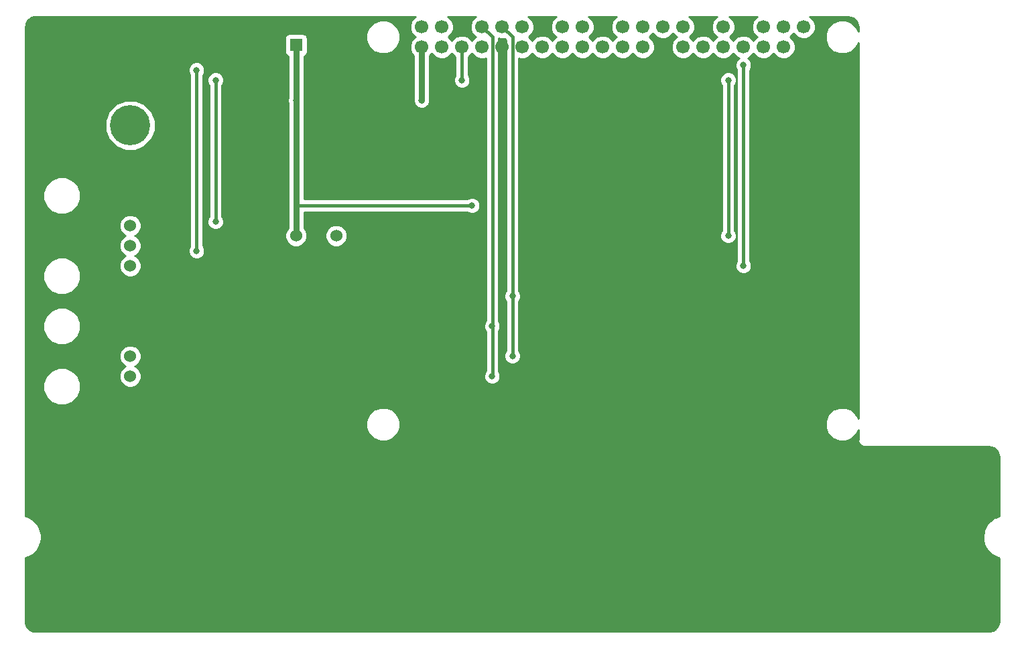
<source format=gbr>
G04 #@! TF.GenerationSoftware,KiCad,Pcbnew,(5.0.0)*
G04 #@! TF.CreationDate,2019-09-27T20:42:56-05:00*
G04 #@! TF.ProjectId,RaspberryPiBreakout_Hardware,5261737062657272795069427265616B,rev?*
G04 #@! TF.SameCoordinates,Original*
G04 #@! TF.FileFunction,Copper,L2,Bot,Signal*
G04 #@! TF.FilePolarity,Positive*
%FSLAX46Y46*%
G04 Gerber Fmt 4.6, Leading zero omitted, Abs format (unit mm)*
G04 Created by KiCad (PCBNEW (5.0.0)) date 09/27/19 20:42:56*
%MOMM*%
%LPD*%
G01*
G04 APERTURE LIST*
G04 #@! TA.AperFunction,ComponentPad*
%ADD10C,1.700000*%
G04 #@! TD*
G04 #@! TA.AperFunction,ComponentPad*
%ADD11C,5.080000*%
G04 #@! TD*
G04 #@! TA.AperFunction,ComponentPad*
%ADD12C,1.524000*%
G04 #@! TD*
G04 #@! TA.AperFunction,ComponentPad*
%ADD13C,1.600000*%
G04 #@! TD*
G04 #@! TA.AperFunction,ComponentPad*
%ADD14R,1.600000X1.600000*%
G04 #@! TD*
G04 #@! TA.AperFunction,ViaPad*
%ADD15C,0.800000*%
G04 #@! TD*
G04 #@! TA.AperFunction,Conductor*
%ADD16C,0.762000*%
G04 #@! TD*
G04 #@! TA.AperFunction,Conductor*
%ADD17C,0.381000*%
G04 #@! TD*
G04 #@! TA.AperFunction,Conductor*
%ADD18C,0.254000*%
G04 #@! TD*
G04 APERTURE END LIST*
D10*
G04 #@! TO.P,U2,40*
G04 #@! TO.N,N/C*
X171450000Y-76454000D03*
G04 #@! TO.P,U2,39*
G04 #@! TO.N,GND*
X171450000Y-78994000D03*
G04 #@! TO.P,U2,38*
G04 #@! TO.N,N/C*
X168910000Y-76454000D03*
G04 #@! TO.P,U2,37*
X168910000Y-78994000D03*
G04 #@! TO.P,U2,36*
X166370000Y-76454000D03*
G04 #@! TO.P,U2,35*
X166370000Y-78994000D03*
G04 #@! TO.P,U2,34*
G04 #@! TO.N,GND*
X163830000Y-76454000D03*
G04 #@! TO.P,U2,33*
G04 #@! TO.N,N/C*
X163830000Y-78994000D03*
G04 #@! TO.P,U2,32*
X161290000Y-76454000D03*
G04 #@! TO.P,U2,31*
X161290000Y-78994000D03*
G04 #@! TO.P,U2,30*
G04 #@! TO.N,GND*
X158750000Y-76454000D03*
G04 #@! TO.P,U2,29*
G04 #@! TO.N,N/C*
X158750000Y-78994000D03*
G04 #@! TO.P,U2,28*
X156210000Y-76454000D03*
G04 #@! TO.P,U2,27*
X156210000Y-78994000D03*
G04 #@! TO.P,U2,26*
X153670000Y-76454000D03*
G04 #@! TO.P,U2,25*
G04 #@! TO.N,GND*
X153670000Y-78994000D03*
G04 #@! TO.P,U2,24*
G04 #@! TO.N,N/C*
X151130000Y-76454000D03*
G04 #@! TO.P,U2,23*
X151130000Y-78994000D03*
G04 #@! TO.P,U2,22*
X148590000Y-76454000D03*
G04 #@! TO.P,U2,21*
X148590000Y-78994000D03*
G04 #@! TO.P,U2,20*
G04 #@! TO.N,GND*
X146050000Y-76454000D03*
G04 #@! TO.P,U2,19*
G04 #@! TO.N,N/C*
X146050000Y-78994000D03*
G04 #@! TO.P,U2,18*
X143510000Y-76454000D03*
G04 #@! TO.P,U2,17*
G04 #@! TO.N,+3V3*
X143510000Y-78994000D03*
G04 #@! TO.P,U2,16*
G04 #@! TO.N,N/C*
X140970000Y-76454000D03*
G04 #@! TO.P,U2,15*
X140970000Y-78994000D03*
G04 #@! TO.P,U2,14*
G04 #@! TO.N,GND*
X138430000Y-76454000D03*
G04 #@! TO.P,U2,13*
G04 #@! TO.N,N/C*
X138430000Y-78994000D03*
G04 #@! TO.P,U2,12*
X135890000Y-76454000D03*
G04 #@! TO.P,U2,11*
X135890000Y-78994000D03*
G04 #@! TO.P,U2,10*
G04 #@! TO.N,Serial_Rx*
X133350000Y-76454000D03*
G04 #@! TO.P,U2,9*
G04 #@! TO.N,GND*
X133350000Y-78994000D03*
G04 #@! TO.P,U2,8*
G04 #@! TO.N,Serial_Tx*
X130810000Y-76454000D03*
G04 #@! TO.P,U2,7*
G04 #@! TO.N,N/C*
X130810000Y-78994000D03*
G04 #@! TO.P,U2,6*
G04 #@! TO.N,GND*
X128270000Y-76454000D03*
G04 #@! TO.P,U2,5*
G04 #@! TO.N,SCL1*
X128270000Y-78994000D03*
G04 #@! TO.P,U2,4*
G04 #@! TO.N,N/C*
X125730000Y-76454000D03*
G04 #@! TO.P,U2,3*
G04 #@! TO.N,SDA1*
X125730000Y-78994000D03*
G04 #@! TO.P,U2,2*
G04 #@! TO.N,N/C*
X123190000Y-76454000D03*
G04 #@! TO.P,U2,1*
G04 #@! TO.N,+3V3*
X123190000Y-78994000D03*
G04 #@! TD*
D11*
G04 #@! TO.P,Conn1,1*
G04 #@! TO.N,GND*
X86360000Y-81026000D03*
G04 #@! TO.P,Conn1,2*
G04 #@! TO.N,+12V*
X86360000Y-88900000D03*
G04 #@! TD*
D12*
G04 #@! TO.P,Conn2,1*
G04 #@! TO.N,Serial_Tx*
X86360000Y-120650000D03*
G04 #@! TO.P,Conn2,2*
G04 #@! TO.N,Serial_Rx*
X86360000Y-118110000D03*
G04 #@! TO.P,Conn2,3*
G04 #@! TO.N,GND*
X86360000Y-115570000D03*
G04 #@! TD*
G04 #@! TO.P,Conn3,1*
G04 #@! TO.N,+3V3*
X86360000Y-106680000D03*
G04 #@! TO.P,Conn3,2*
G04 #@! TO.N,SDA1*
X86360000Y-104140000D03*
G04 #@! TO.P,Conn3,3*
G04 #@! TO.N,SCL1*
X86360000Y-101600000D03*
G04 #@! TO.P,Conn3,4*
G04 #@! TO.N,GND*
X86360000Y-99060000D03*
G04 #@! TD*
G04 #@! TO.P,U3,3*
G04 #@! TO.N,+3V3*
X107315000Y-102870000D03*
G04 #@! TO.P,U3,2*
G04 #@! TO.N,GND*
X109855000Y-102870000D03*
G04 #@! TO.P,U3,1*
G04 #@! TO.N,+12V*
X112395000Y-102870000D03*
G04 #@! TD*
D13*
G04 #@! TO.P,C5,2*
G04 #@! TO.N,GND*
X104815000Y-78740000D03*
D14*
G04 #@! TO.P,C5,1*
G04 #@! TO.N,+3V3*
X107315000Y-78740000D03*
G04 #@! TD*
D15*
G04 #@! TO.N,+3V3*
X129540000Y-99060000D03*
X107315000Y-85725000D03*
X123190000Y-85725000D03*
G04 #@! TO.N,Serial_Tx*
X132080000Y-120650000D03*
X132080000Y-114300000D03*
G04 #@! TO.N,Serial_Rx*
X134649499Y-118080501D03*
X134649499Y-110490000D03*
G04 #@! TO.N,SDA1*
X163830000Y-106680000D03*
X163830000Y-81280000D03*
X94742000Y-104775000D03*
X94742000Y-81915000D03*
G04 #@! TO.N,SCL1*
X128270000Y-83185000D03*
X161925000Y-102870000D03*
X161925000Y-83185000D03*
X97155000Y-83185000D03*
X97155000Y-101092000D03*
G04 #@! TD*
D16*
G04 #@! TO.N,+3V3*
X107315000Y-78740000D02*
X107315000Y-83185000D01*
D17*
X107315000Y-99060000D02*
X129540000Y-99060000D01*
D16*
X107315000Y-99060000D02*
X107315000Y-102870000D01*
X107315000Y-85725000D02*
X107315000Y-99060000D01*
X107315000Y-83185000D02*
X107315000Y-85725000D01*
X123190000Y-85725000D02*
X123190000Y-78994000D01*
D17*
G04 #@! TO.N,Serial_Tx*
X130810000Y-76454000D02*
X132109499Y-77753499D01*
X132109499Y-119985501D02*
X132109499Y-120620501D01*
X132109499Y-120620501D02*
X132080000Y-120650000D01*
X132109499Y-77753499D02*
X132109499Y-106680000D01*
X132109499Y-106680000D02*
X132109499Y-119985501D01*
G04 #@! TO.N,Serial_Rx*
X133350000Y-76454000D02*
X134649499Y-77753499D01*
X134649499Y-77753499D02*
X134649499Y-110490000D01*
X134649499Y-110490000D02*
X134649499Y-118080501D01*
G04 #@! TO.N,SDA1*
X163830000Y-106680000D02*
X163830000Y-81280000D01*
X94742000Y-104775000D02*
X94742000Y-81915000D01*
G04 #@! TO.N,SCL1*
X128270000Y-78994000D02*
X128270000Y-83185000D01*
X161925000Y-102870000D02*
X161925000Y-83185000D01*
X97155000Y-101092000D02*
X97155000Y-83185000D01*
G04 #@! TD*
D18*
G04 #@! TO.N,GND*
G36*
X122348815Y-75195078D02*
X121931078Y-75612815D01*
X121705000Y-76158615D01*
X121705000Y-76749385D01*
X121931078Y-77295185D01*
X122348815Y-77712922D01*
X122375560Y-77724000D01*
X122348815Y-77735078D01*
X121931078Y-78152815D01*
X121705000Y-78698615D01*
X121705000Y-79289385D01*
X121931078Y-79835185D01*
X122174001Y-80078108D01*
X122174000Y-85473256D01*
X122155000Y-85519126D01*
X122155000Y-85930874D01*
X122232045Y-86116878D01*
X122232949Y-86121422D01*
X122235523Y-86125275D01*
X122312569Y-86311280D01*
X122454930Y-86453641D01*
X122457505Y-86457495D01*
X122461359Y-86460070D01*
X122603720Y-86602431D01*
X122789723Y-86679476D01*
X122793577Y-86682051D01*
X122798123Y-86682955D01*
X122984126Y-86760000D01*
X123185455Y-86760000D01*
X123190000Y-86760904D01*
X123194545Y-86760000D01*
X123395874Y-86760000D01*
X123581878Y-86682955D01*
X123586422Y-86682051D01*
X123590275Y-86679477D01*
X123776280Y-86602431D01*
X123918641Y-86460070D01*
X123922495Y-86457495D01*
X123925070Y-86453641D01*
X124067431Y-86311280D01*
X124144476Y-86125277D01*
X124147051Y-86121423D01*
X124147955Y-86116877D01*
X124225000Y-85930874D01*
X124225000Y-85519126D01*
X124206000Y-85473256D01*
X124206000Y-80078107D01*
X124448922Y-79835185D01*
X124460000Y-79808440D01*
X124471078Y-79835185D01*
X124888815Y-80252922D01*
X125434615Y-80479000D01*
X126025385Y-80479000D01*
X126571185Y-80252922D01*
X126988922Y-79835185D01*
X127000000Y-79808440D01*
X127011078Y-79835185D01*
X127428815Y-80252922D01*
X127444500Y-80259419D01*
X127444501Y-82546788D01*
X127392569Y-82598720D01*
X127235000Y-82979126D01*
X127235000Y-83390874D01*
X127392569Y-83771280D01*
X127683720Y-84062431D01*
X128064126Y-84220000D01*
X128475874Y-84220000D01*
X128856280Y-84062431D01*
X129147431Y-83771280D01*
X129305000Y-83390874D01*
X129305000Y-82979126D01*
X129147431Y-82598720D01*
X129095500Y-82546789D01*
X129095500Y-80259419D01*
X129111185Y-80252922D01*
X129528922Y-79835185D01*
X129540000Y-79808440D01*
X129551078Y-79835185D01*
X129968815Y-80252922D01*
X130514615Y-80479000D01*
X131105385Y-80479000D01*
X131283999Y-80405016D01*
X131284000Y-106598693D01*
X131283999Y-106598698D01*
X131284000Y-113632289D01*
X131202569Y-113713720D01*
X131045000Y-114094126D01*
X131045000Y-114505874D01*
X131202569Y-114886280D01*
X131284000Y-114967711D01*
X131284000Y-119904194D01*
X131283999Y-119904199D01*
X131283999Y-119982290D01*
X131202569Y-120063720D01*
X131045000Y-120444126D01*
X131045000Y-120855874D01*
X131202569Y-121236280D01*
X131493720Y-121527431D01*
X131874126Y-121685000D01*
X132285874Y-121685000D01*
X132666280Y-121527431D01*
X132957431Y-121236280D01*
X133115000Y-120855874D01*
X133115000Y-120444126D01*
X132957431Y-120063720D01*
X132934999Y-120041288D01*
X132934999Y-114908712D01*
X132957431Y-114886280D01*
X133115000Y-114505874D01*
X133115000Y-114094126D01*
X132957431Y-113713720D01*
X132934999Y-113691288D01*
X132934999Y-77889453D01*
X133054615Y-77939000D01*
X133645385Y-77939000D01*
X133661070Y-77932503D01*
X133823999Y-78095432D01*
X133824000Y-109851788D01*
X133772068Y-109903720D01*
X133614499Y-110284126D01*
X133614499Y-110695874D01*
X133772068Y-111076280D01*
X133823999Y-111128211D01*
X133824000Y-117442289D01*
X133772068Y-117494221D01*
X133614499Y-117874627D01*
X133614499Y-118286375D01*
X133772068Y-118666781D01*
X134063219Y-118957932D01*
X134443625Y-119115501D01*
X134855373Y-119115501D01*
X135235779Y-118957932D01*
X135526930Y-118666781D01*
X135684499Y-118286375D01*
X135684499Y-117874627D01*
X135526930Y-117494221D01*
X135474999Y-117442290D01*
X135474999Y-111128211D01*
X135526930Y-111076280D01*
X135684499Y-110695874D01*
X135684499Y-110284126D01*
X135526930Y-109903720D01*
X135474999Y-109851789D01*
X135474999Y-82979126D01*
X160890000Y-82979126D01*
X160890000Y-83390874D01*
X161047569Y-83771280D01*
X161099501Y-83823212D01*
X161099500Y-102231789D01*
X161047569Y-102283720D01*
X160890000Y-102664126D01*
X160890000Y-103075874D01*
X161047569Y-103456280D01*
X161338720Y-103747431D01*
X161719126Y-103905000D01*
X162130874Y-103905000D01*
X162511280Y-103747431D01*
X162802431Y-103456280D01*
X162960000Y-103075874D01*
X162960000Y-102664126D01*
X162802431Y-102283720D01*
X162750500Y-102231789D01*
X162750500Y-83823211D01*
X162802431Y-83771280D01*
X162960000Y-83390874D01*
X162960000Y-82979126D01*
X162802431Y-82598720D01*
X162511280Y-82307569D01*
X162130874Y-82150000D01*
X161719126Y-82150000D01*
X161338720Y-82307569D01*
X161047569Y-82598720D01*
X160890000Y-82979126D01*
X135474999Y-82979126D01*
X135474999Y-80429453D01*
X135594615Y-80479000D01*
X136185385Y-80479000D01*
X136731185Y-80252922D01*
X137148922Y-79835185D01*
X137160000Y-79808440D01*
X137171078Y-79835185D01*
X137588815Y-80252922D01*
X138134615Y-80479000D01*
X138725385Y-80479000D01*
X139271185Y-80252922D01*
X139688922Y-79835185D01*
X139700000Y-79808440D01*
X139711078Y-79835185D01*
X140128815Y-80252922D01*
X140674615Y-80479000D01*
X141265385Y-80479000D01*
X141811185Y-80252922D01*
X142228922Y-79835185D01*
X142240000Y-79808440D01*
X142251078Y-79835185D01*
X142668815Y-80252922D01*
X143214615Y-80479000D01*
X143805385Y-80479000D01*
X144351185Y-80252922D01*
X144768922Y-79835185D01*
X144780000Y-79808440D01*
X144791078Y-79835185D01*
X145208815Y-80252922D01*
X145754615Y-80479000D01*
X146345385Y-80479000D01*
X146891185Y-80252922D01*
X147308922Y-79835185D01*
X147320000Y-79808440D01*
X147331078Y-79835185D01*
X147748815Y-80252922D01*
X148294615Y-80479000D01*
X148885385Y-80479000D01*
X149431185Y-80252922D01*
X149848922Y-79835185D01*
X149860000Y-79808440D01*
X149871078Y-79835185D01*
X150288815Y-80252922D01*
X150834615Y-80479000D01*
X151425385Y-80479000D01*
X151971185Y-80252922D01*
X152388922Y-79835185D01*
X152615000Y-79289385D01*
X152615000Y-78698615D01*
X152388922Y-78152815D01*
X151971185Y-77735078D01*
X151944440Y-77724000D01*
X151971185Y-77712922D01*
X152388922Y-77295185D01*
X152400000Y-77268440D01*
X152411078Y-77295185D01*
X152828815Y-77712922D01*
X153374615Y-77939000D01*
X153965385Y-77939000D01*
X154511185Y-77712922D01*
X154928922Y-77295185D01*
X154940000Y-77268440D01*
X154951078Y-77295185D01*
X155368815Y-77712922D01*
X155395560Y-77724000D01*
X155368815Y-77735078D01*
X154951078Y-78152815D01*
X154725000Y-78698615D01*
X154725000Y-79289385D01*
X154951078Y-79835185D01*
X155368815Y-80252922D01*
X155914615Y-80479000D01*
X156505385Y-80479000D01*
X157051185Y-80252922D01*
X157468922Y-79835185D01*
X157480000Y-79808440D01*
X157491078Y-79835185D01*
X157908815Y-80252922D01*
X158454615Y-80479000D01*
X159045385Y-80479000D01*
X159591185Y-80252922D01*
X160008922Y-79835185D01*
X160020000Y-79808440D01*
X160031078Y-79835185D01*
X160448815Y-80252922D01*
X160994615Y-80479000D01*
X161585385Y-80479000D01*
X162131185Y-80252922D01*
X162548922Y-79835185D01*
X162560000Y-79808440D01*
X162571078Y-79835185D01*
X162988815Y-80252922D01*
X163296907Y-80380538D01*
X163243720Y-80402569D01*
X162952569Y-80693720D01*
X162795000Y-81074126D01*
X162795000Y-81485874D01*
X162952569Y-81866280D01*
X163004501Y-81918212D01*
X163004500Y-106041789D01*
X162952569Y-106093720D01*
X162795000Y-106474126D01*
X162795000Y-106885874D01*
X162952569Y-107266280D01*
X163243720Y-107557431D01*
X163624126Y-107715000D01*
X164035874Y-107715000D01*
X164416280Y-107557431D01*
X164707431Y-107266280D01*
X164865000Y-106885874D01*
X164865000Y-106474126D01*
X164707431Y-106093720D01*
X164655500Y-106041789D01*
X164655500Y-81918211D01*
X164707431Y-81866280D01*
X164865000Y-81485874D01*
X164865000Y-81074126D01*
X164707431Y-80693720D01*
X164416280Y-80402569D01*
X164363093Y-80380538D01*
X164671185Y-80252922D01*
X165088922Y-79835185D01*
X165100000Y-79808440D01*
X165111078Y-79835185D01*
X165528815Y-80252922D01*
X166074615Y-80479000D01*
X166665385Y-80479000D01*
X167211185Y-80252922D01*
X167628922Y-79835185D01*
X167640000Y-79808440D01*
X167651078Y-79835185D01*
X168068815Y-80252922D01*
X168614615Y-80479000D01*
X169205385Y-80479000D01*
X169751185Y-80252922D01*
X170168922Y-79835185D01*
X170395000Y-79289385D01*
X170395000Y-78698615D01*
X170168922Y-78152815D01*
X169751185Y-77735078D01*
X169724440Y-77724000D01*
X169751185Y-77712922D01*
X170168922Y-77295185D01*
X170180000Y-77268440D01*
X170191078Y-77295185D01*
X170608815Y-77712922D01*
X171154615Y-77939000D01*
X171745385Y-77939000D01*
X172291185Y-77712922D01*
X172708922Y-77295185D01*
X172935000Y-76749385D01*
X172935000Y-76158615D01*
X172708922Y-75612815D01*
X172291185Y-75195078D01*
X172199257Y-75157000D01*
X176985634Y-75157000D01*
X177399922Y-75216331D01*
X177732746Y-75367657D01*
X178009720Y-75606313D01*
X178208580Y-75913116D01*
X178320618Y-76287748D01*
X178335000Y-76481274D01*
X178335000Y-77009616D01*
X178129966Y-76514620D01*
X177529380Y-75914034D01*
X176744678Y-75589000D01*
X175895322Y-75589000D01*
X175110620Y-75914034D01*
X174510034Y-76514620D01*
X174185000Y-77299322D01*
X174185000Y-78148678D01*
X174510034Y-78933380D01*
X175110620Y-79533966D01*
X175895322Y-79859000D01*
X176744678Y-79859000D01*
X177529380Y-79533966D01*
X178129966Y-78933380D01*
X178335000Y-78438384D01*
X178335001Y-126009618D01*
X178129966Y-125514620D01*
X177529380Y-124914034D01*
X176744678Y-124589000D01*
X175895322Y-124589000D01*
X175110620Y-124914034D01*
X174510034Y-125514620D01*
X174185000Y-126299322D01*
X174185000Y-127148678D01*
X174510034Y-127933380D01*
X175110620Y-128533966D01*
X175895322Y-128859000D01*
X176744678Y-128859000D01*
X177529380Y-128533966D01*
X178129966Y-127933380D01*
X178335001Y-127438381D01*
X178335001Y-128705607D01*
X178320601Y-128778000D01*
X178377646Y-129064783D01*
X178540095Y-129307905D01*
X178783217Y-129470354D01*
X178997612Y-129513000D01*
X179070000Y-129527399D01*
X179142388Y-129513000D01*
X194765634Y-129513000D01*
X195179922Y-129572331D01*
X195512746Y-129723657D01*
X195789720Y-129962313D01*
X195988580Y-130269116D01*
X196100618Y-130643748D01*
X196115000Y-130837275D01*
X196115001Y-138323142D01*
X195787078Y-138421212D01*
X195696505Y-138463063D01*
X195605466Y-138503787D01*
X195597901Y-138508624D01*
X195114442Y-138821987D01*
X195039277Y-138887558D01*
X194963306Y-138952214D01*
X194957407Y-138958977D01*
X194957403Y-138958981D01*
X194957400Y-138958986D01*
X194581327Y-139395440D01*
X194527590Y-139479465D01*
X194472816Y-139562851D01*
X194469050Y-139571002D01*
X194230589Y-140095469D01*
X194202587Y-140191226D01*
X194173427Y-140286607D01*
X194172099Y-140295487D01*
X194090423Y-140865802D01*
X194090423Y-140940785D01*
X194084411Y-141015512D01*
X194085021Y-141024470D01*
X194107341Y-141324819D01*
X194123441Y-141398045D01*
X194133616Y-141472326D01*
X194136136Y-141480944D01*
X194301212Y-142032922D01*
X194343071Y-142123513D01*
X194383787Y-142214534D01*
X194388624Y-142222099D01*
X194701987Y-142705558D01*
X194767558Y-142780723D01*
X194832214Y-142856694D01*
X194838977Y-142862593D01*
X194838981Y-142862597D01*
X194838986Y-142862600D01*
X195275440Y-143238673D01*
X195359465Y-143292410D01*
X195442851Y-143347184D01*
X195451002Y-143350950D01*
X195975469Y-143589411D01*
X196071237Y-143617416D01*
X196115000Y-143630795D01*
X196115001Y-151585627D01*
X196055669Y-151999922D01*
X195904343Y-152332746D01*
X195665687Y-152609720D01*
X195358885Y-152808579D01*
X194984252Y-152920618D01*
X194790726Y-152935000D01*
X74474366Y-152935000D01*
X74060078Y-152875669D01*
X73727254Y-152724343D01*
X73450280Y-152485687D01*
X73251421Y-152178885D01*
X73139382Y-151804252D01*
X73125000Y-151610726D01*
X73125000Y-143616857D01*
X73452922Y-143518788D01*
X73543513Y-143476929D01*
X73634534Y-143436213D01*
X73642096Y-143431378D01*
X73642100Y-143431376D01*
X74125558Y-143118013D01*
X74200723Y-143052442D01*
X74276694Y-142987786D01*
X74282593Y-142981023D01*
X74282597Y-142981019D01*
X74282600Y-142981014D01*
X74658673Y-142544560D01*
X74712410Y-142460535D01*
X74767184Y-142377149D01*
X74770950Y-142368998D01*
X75009411Y-141844531D01*
X75037416Y-141748763D01*
X75066573Y-141653393D01*
X75067901Y-141644513D01*
X75149577Y-141074198D01*
X75149577Y-140999215D01*
X75155589Y-140924488D01*
X75154979Y-140915530D01*
X75132659Y-140615181D01*
X75116559Y-140541954D01*
X75106384Y-140467674D01*
X75103864Y-140459055D01*
X74938788Y-139907078D01*
X74896937Y-139816505D01*
X74856213Y-139725466D01*
X74851376Y-139717901D01*
X74538013Y-139234442D01*
X74472442Y-139159277D01*
X74407786Y-139083306D01*
X74401023Y-139077407D01*
X74401019Y-139077403D01*
X74401014Y-139077400D01*
X73964560Y-138701327D01*
X73880535Y-138647590D01*
X73797149Y-138592816D01*
X73788998Y-138589050D01*
X73264531Y-138350589D01*
X73168774Y-138322587D01*
X73125000Y-138309205D01*
X73125000Y-126299322D01*
X116185000Y-126299322D01*
X116185000Y-127148678D01*
X116510034Y-127933380D01*
X117110620Y-128533966D01*
X117895322Y-128859000D01*
X118744678Y-128859000D01*
X119529380Y-128533966D01*
X120129966Y-127933380D01*
X120455000Y-127148678D01*
X120455000Y-126299322D01*
X120129966Y-125514620D01*
X119529380Y-124914034D01*
X118744678Y-124589000D01*
X117895322Y-124589000D01*
X117110620Y-124914034D01*
X116510034Y-125514620D01*
X116185000Y-126299322D01*
X73125000Y-126299322D01*
X73125000Y-121450567D01*
X75364000Y-121450567D01*
X75364000Y-122389433D01*
X75723289Y-123256833D01*
X76387167Y-123920711D01*
X77254567Y-124280000D01*
X78193433Y-124280000D01*
X79060833Y-123920711D01*
X79724711Y-123256833D01*
X80084000Y-122389433D01*
X80084000Y-121450567D01*
X79724711Y-120583167D01*
X79060833Y-119919289D01*
X78193433Y-119560000D01*
X77254567Y-119560000D01*
X76387167Y-119919289D01*
X75723289Y-120583167D01*
X75364000Y-121450567D01*
X73125000Y-121450567D01*
X73125000Y-117832119D01*
X84963000Y-117832119D01*
X84963000Y-118387881D01*
X85175680Y-118901337D01*
X85568663Y-119294320D01*
X85775513Y-119380000D01*
X85568663Y-119465680D01*
X85175680Y-119858663D01*
X84963000Y-120372119D01*
X84963000Y-120927881D01*
X85175680Y-121441337D01*
X85568663Y-121834320D01*
X86082119Y-122047000D01*
X86637881Y-122047000D01*
X87151337Y-121834320D01*
X87544320Y-121441337D01*
X87757000Y-120927881D01*
X87757000Y-120372119D01*
X87544320Y-119858663D01*
X87151337Y-119465680D01*
X86944487Y-119380000D01*
X87151337Y-119294320D01*
X87544320Y-118901337D01*
X87757000Y-118387881D01*
X87757000Y-117832119D01*
X87544320Y-117318663D01*
X87151337Y-116925680D01*
X86637881Y-116713000D01*
X86082119Y-116713000D01*
X85568663Y-116925680D01*
X85175680Y-117318663D01*
X84963000Y-117832119D01*
X73125000Y-117832119D01*
X73125000Y-113830567D01*
X75364000Y-113830567D01*
X75364000Y-114769433D01*
X75723289Y-115636833D01*
X76387167Y-116300711D01*
X77254567Y-116660000D01*
X78193433Y-116660000D01*
X79060833Y-116300711D01*
X79724711Y-115636833D01*
X80084000Y-114769433D01*
X80084000Y-113830567D01*
X79724711Y-112963167D01*
X79060833Y-112299289D01*
X78193433Y-111940000D01*
X77254567Y-111940000D01*
X76387167Y-112299289D01*
X75723289Y-112963167D01*
X75364000Y-113830567D01*
X73125000Y-113830567D01*
X73125000Y-107480567D01*
X75364000Y-107480567D01*
X75364000Y-108419433D01*
X75723289Y-109286833D01*
X76387167Y-109950711D01*
X77254567Y-110310000D01*
X78193433Y-110310000D01*
X79060833Y-109950711D01*
X79724711Y-109286833D01*
X80084000Y-108419433D01*
X80084000Y-107480567D01*
X79724711Y-106613167D01*
X79060833Y-105949289D01*
X78193433Y-105590000D01*
X77254567Y-105590000D01*
X76387167Y-105949289D01*
X75723289Y-106613167D01*
X75364000Y-107480567D01*
X73125000Y-107480567D01*
X73125000Y-101322119D01*
X84963000Y-101322119D01*
X84963000Y-101877881D01*
X85175680Y-102391337D01*
X85568663Y-102784320D01*
X85775513Y-102870000D01*
X85568663Y-102955680D01*
X85175680Y-103348663D01*
X84963000Y-103862119D01*
X84963000Y-104417881D01*
X85175680Y-104931337D01*
X85568663Y-105324320D01*
X85775513Y-105410000D01*
X85568663Y-105495680D01*
X85175680Y-105888663D01*
X84963000Y-106402119D01*
X84963000Y-106957881D01*
X85175680Y-107471337D01*
X85568663Y-107864320D01*
X86082119Y-108077000D01*
X86637881Y-108077000D01*
X87151337Y-107864320D01*
X87544320Y-107471337D01*
X87757000Y-106957881D01*
X87757000Y-106402119D01*
X87544320Y-105888663D01*
X87151337Y-105495680D01*
X86944487Y-105410000D01*
X87151337Y-105324320D01*
X87544320Y-104931337D01*
X87757000Y-104417881D01*
X87757000Y-103862119D01*
X87544320Y-103348663D01*
X87151337Y-102955680D01*
X86944487Y-102870000D01*
X87151337Y-102784320D01*
X87544320Y-102391337D01*
X87757000Y-101877881D01*
X87757000Y-101322119D01*
X87544320Y-100808663D01*
X87151337Y-100415680D01*
X86637881Y-100203000D01*
X86082119Y-100203000D01*
X85568663Y-100415680D01*
X85175680Y-100808663D01*
X84963000Y-101322119D01*
X73125000Y-101322119D01*
X73125000Y-97320567D01*
X75364000Y-97320567D01*
X75364000Y-98259433D01*
X75723289Y-99126833D01*
X76387167Y-99790711D01*
X77254567Y-100150000D01*
X78193433Y-100150000D01*
X79060833Y-99790711D01*
X79724711Y-99126833D01*
X80084000Y-98259433D01*
X80084000Y-97320567D01*
X79724711Y-96453167D01*
X79060833Y-95789289D01*
X78193433Y-95430000D01*
X77254567Y-95430000D01*
X76387167Y-95789289D01*
X75723289Y-96453167D01*
X75364000Y-97320567D01*
X73125000Y-97320567D01*
X73125000Y-88268453D01*
X83185000Y-88268453D01*
X83185000Y-89531547D01*
X83668365Y-90698493D01*
X84561507Y-91591635D01*
X85728453Y-92075000D01*
X86991547Y-92075000D01*
X88158493Y-91591635D01*
X89051635Y-90698493D01*
X89535000Y-89531547D01*
X89535000Y-88268453D01*
X89051635Y-87101507D01*
X88158493Y-86208365D01*
X86991547Y-85725000D01*
X85728453Y-85725000D01*
X84561507Y-86208365D01*
X83668365Y-87101507D01*
X83185000Y-88268453D01*
X73125000Y-88268453D01*
X73125000Y-81709126D01*
X93707000Y-81709126D01*
X93707000Y-82120874D01*
X93864569Y-82501280D01*
X93916501Y-82553212D01*
X93916500Y-104136789D01*
X93864569Y-104188720D01*
X93707000Y-104569126D01*
X93707000Y-104980874D01*
X93864569Y-105361280D01*
X94155720Y-105652431D01*
X94536126Y-105810000D01*
X94947874Y-105810000D01*
X95328280Y-105652431D01*
X95619431Y-105361280D01*
X95777000Y-104980874D01*
X95777000Y-104569126D01*
X95619431Y-104188720D01*
X95567500Y-104136789D01*
X95567500Y-82979126D01*
X96120000Y-82979126D01*
X96120000Y-83390874D01*
X96277569Y-83771280D01*
X96329501Y-83823212D01*
X96329500Y-100453789D01*
X96277569Y-100505720D01*
X96120000Y-100886126D01*
X96120000Y-101297874D01*
X96277569Y-101678280D01*
X96568720Y-101969431D01*
X96949126Y-102127000D01*
X97360874Y-102127000D01*
X97741280Y-101969431D01*
X98032431Y-101678280D01*
X98190000Y-101297874D01*
X98190000Y-100886126D01*
X98032431Y-100505720D01*
X97980500Y-100453789D01*
X97980500Y-83823211D01*
X98032431Y-83771280D01*
X98190000Y-83390874D01*
X98190000Y-82979126D01*
X98032431Y-82598720D01*
X97741280Y-82307569D01*
X97360874Y-82150000D01*
X96949126Y-82150000D01*
X96568720Y-82307569D01*
X96277569Y-82598720D01*
X96120000Y-82979126D01*
X95567500Y-82979126D01*
X95567500Y-82553211D01*
X95619431Y-82501280D01*
X95777000Y-82120874D01*
X95777000Y-81709126D01*
X95619431Y-81328720D01*
X95328280Y-81037569D01*
X94947874Y-80880000D01*
X94536126Y-80880000D01*
X94155720Y-81037569D01*
X93864569Y-81328720D01*
X93707000Y-81709126D01*
X73125000Y-81709126D01*
X73125000Y-77940000D01*
X105867560Y-77940000D01*
X105867560Y-79540000D01*
X105916843Y-79787765D01*
X106057191Y-79997809D01*
X106267235Y-80138157D01*
X106299000Y-80144475D01*
X106299001Y-83084931D01*
X106299000Y-83084936D01*
X106299001Y-85473254D01*
X106280000Y-85519126D01*
X106280000Y-85930874D01*
X106299000Y-85976744D01*
X106299001Y-98959931D01*
X106299000Y-98959936D01*
X106299001Y-101910342D01*
X106130680Y-102078663D01*
X105918000Y-102592119D01*
X105918000Y-103147881D01*
X106130680Y-103661337D01*
X106523663Y-104054320D01*
X107037119Y-104267000D01*
X107592881Y-104267000D01*
X108106337Y-104054320D01*
X108499320Y-103661337D01*
X108712000Y-103147881D01*
X108712000Y-102592119D01*
X110998000Y-102592119D01*
X110998000Y-103147881D01*
X111210680Y-103661337D01*
X111603663Y-104054320D01*
X112117119Y-104267000D01*
X112672881Y-104267000D01*
X113186337Y-104054320D01*
X113579320Y-103661337D01*
X113792000Y-103147881D01*
X113792000Y-102592119D01*
X113579320Y-102078663D01*
X113186337Y-101685680D01*
X112672881Y-101473000D01*
X112117119Y-101473000D01*
X111603663Y-101685680D01*
X111210680Y-102078663D01*
X110998000Y-102592119D01*
X108712000Y-102592119D01*
X108499320Y-102078663D01*
X108331000Y-101910343D01*
X108331000Y-99885500D01*
X128901789Y-99885500D01*
X128953720Y-99937431D01*
X129334126Y-100095000D01*
X129745874Y-100095000D01*
X130126280Y-99937431D01*
X130417431Y-99646280D01*
X130575000Y-99265874D01*
X130575000Y-98854126D01*
X130417431Y-98473720D01*
X130126280Y-98182569D01*
X129745874Y-98025000D01*
X129334126Y-98025000D01*
X128953720Y-98182569D01*
X128901789Y-98234500D01*
X108331000Y-98234500D01*
X108331000Y-85976744D01*
X108350000Y-85930874D01*
X108350000Y-85519126D01*
X108331000Y-85473256D01*
X108331000Y-80144475D01*
X108362765Y-80138157D01*
X108572809Y-79997809D01*
X108713157Y-79787765D01*
X108762440Y-79540000D01*
X108762440Y-77940000D01*
X108713157Y-77692235D01*
X108572809Y-77482191D01*
X108362765Y-77341843D01*
X108148996Y-77299322D01*
X116185000Y-77299322D01*
X116185000Y-78148678D01*
X116510034Y-78933380D01*
X117110620Y-79533966D01*
X117895322Y-79859000D01*
X118744678Y-79859000D01*
X119529380Y-79533966D01*
X120129966Y-78933380D01*
X120455000Y-78148678D01*
X120455000Y-77299322D01*
X120129966Y-76514620D01*
X119529380Y-75914034D01*
X118744678Y-75589000D01*
X117895322Y-75589000D01*
X117110620Y-75914034D01*
X116510034Y-76514620D01*
X116185000Y-77299322D01*
X108148996Y-77299322D01*
X108115000Y-77292560D01*
X106515000Y-77292560D01*
X106267235Y-77341843D01*
X106057191Y-77482191D01*
X105916843Y-77692235D01*
X105867560Y-77940000D01*
X73125000Y-77940000D01*
X73125000Y-76506366D01*
X73184331Y-76092078D01*
X73335657Y-75759254D01*
X73574313Y-75482280D01*
X73881116Y-75283420D01*
X74255748Y-75171382D01*
X74449274Y-75157000D01*
X122440743Y-75157000D01*
X122348815Y-75195078D01*
X122348815Y-75195078D01*
G37*
X122348815Y-75195078D02*
X121931078Y-75612815D01*
X121705000Y-76158615D01*
X121705000Y-76749385D01*
X121931078Y-77295185D01*
X122348815Y-77712922D01*
X122375560Y-77724000D01*
X122348815Y-77735078D01*
X121931078Y-78152815D01*
X121705000Y-78698615D01*
X121705000Y-79289385D01*
X121931078Y-79835185D01*
X122174001Y-80078108D01*
X122174000Y-85473256D01*
X122155000Y-85519126D01*
X122155000Y-85930874D01*
X122232045Y-86116878D01*
X122232949Y-86121422D01*
X122235523Y-86125275D01*
X122312569Y-86311280D01*
X122454930Y-86453641D01*
X122457505Y-86457495D01*
X122461359Y-86460070D01*
X122603720Y-86602431D01*
X122789723Y-86679476D01*
X122793577Y-86682051D01*
X122798123Y-86682955D01*
X122984126Y-86760000D01*
X123185455Y-86760000D01*
X123190000Y-86760904D01*
X123194545Y-86760000D01*
X123395874Y-86760000D01*
X123581878Y-86682955D01*
X123586422Y-86682051D01*
X123590275Y-86679477D01*
X123776280Y-86602431D01*
X123918641Y-86460070D01*
X123922495Y-86457495D01*
X123925070Y-86453641D01*
X124067431Y-86311280D01*
X124144476Y-86125277D01*
X124147051Y-86121423D01*
X124147955Y-86116877D01*
X124225000Y-85930874D01*
X124225000Y-85519126D01*
X124206000Y-85473256D01*
X124206000Y-80078107D01*
X124448922Y-79835185D01*
X124460000Y-79808440D01*
X124471078Y-79835185D01*
X124888815Y-80252922D01*
X125434615Y-80479000D01*
X126025385Y-80479000D01*
X126571185Y-80252922D01*
X126988922Y-79835185D01*
X127000000Y-79808440D01*
X127011078Y-79835185D01*
X127428815Y-80252922D01*
X127444500Y-80259419D01*
X127444501Y-82546788D01*
X127392569Y-82598720D01*
X127235000Y-82979126D01*
X127235000Y-83390874D01*
X127392569Y-83771280D01*
X127683720Y-84062431D01*
X128064126Y-84220000D01*
X128475874Y-84220000D01*
X128856280Y-84062431D01*
X129147431Y-83771280D01*
X129305000Y-83390874D01*
X129305000Y-82979126D01*
X129147431Y-82598720D01*
X129095500Y-82546789D01*
X129095500Y-80259419D01*
X129111185Y-80252922D01*
X129528922Y-79835185D01*
X129540000Y-79808440D01*
X129551078Y-79835185D01*
X129968815Y-80252922D01*
X130514615Y-80479000D01*
X131105385Y-80479000D01*
X131283999Y-80405016D01*
X131284000Y-106598693D01*
X131283999Y-106598698D01*
X131284000Y-113632289D01*
X131202569Y-113713720D01*
X131045000Y-114094126D01*
X131045000Y-114505874D01*
X131202569Y-114886280D01*
X131284000Y-114967711D01*
X131284000Y-119904194D01*
X131283999Y-119904199D01*
X131283999Y-119982290D01*
X131202569Y-120063720D01*
X131045000Y-120444126D01*
X131045000Y-120855874D01*
X131202569Y-121236280D01*
X131493720Y-121527431D01*
X131874126Y-121685000D01*
X132285874Y-121685000D01*
X132666280Y-121527431D01*
X132957431Y-121236280D01*
X133115000Y-120855874D01*
X133115000Y-120444126D01*
X132957431Y-120063720D01*
X132934999Y-120041288D01*
X132934999Y-114908712D01*
X132957431Y-114886280D01*
X133115000Y-114505874D01*
X133115000Y-114094126D01*
X132957431Y-113713720D01*
X132934999Y-113691288D01*
X132934999Y-77889453D01*
X133054615Y-77939000D01*
X133645385Y-77939000D01*
X133661070Y-77932503D01*
X133823999Y-78095432D01*
X133824000Y-109851788D01*
X133772068Y-109903720D01*
X133614499Y-110284126D01*
X133614499Y-110695874D01*
X133772068Y-111076280D01*
X133823999Y-111128211D01*
X133824000Y-117442289D01*
X133772068Y-117494221D01*
X133614499Y-117874627D01*
X133614499Y-118286375D01*
X133772068Y-118666781D01*
X134063219Y-118957932D01*
X134443625Y-119115501D01*
X134855373Y-119115501D01*
X135235779Y-118957932D01*
X135526930Y-118666781D01*
X135684499Y-118286375D01*
X135684499Y-117874627D01*
X135526930Y-117494221D01*
X135474999Y-117442290D01*
X135474999Y-111128211D01*
X135526930Y-111076280D01*
X135684499Y-110695874D01*
X135684499Y-110284126D01*
X135526930Y-109903720D01*
X135474999Y-109851789D01*
X135474999Y-82979126D01*
X160890000Y-82979126D01*
X160890000Y-83390874D01*
X161047569Y-83771280D01*
X161099501Y-83823212D01*
X161099500Y-102231789D01*
X161047569Y-102283720D01*
X160890000Y-102664126D01*
X160890000Y-103075874D01*
X161047569Y-103456280D01*
X161338720Y-103747431D01*
X161719126Y-103905000D01*
X162130874Y-103905000D01*
X162511280Y-103747431D01*
X162802431Y-103456280D01*
X162960000Y-103075874D01*
X162960000Y-102664126D01*
X162802431Y-102283720D01*
X162750500Y-102231789D01*
X162750500Y-83823211D01*
X162802431Y-83771280D01*
X162960000Y-83390874D01*
X162960000Y-82979126D01*
X162802431Y-82598720D01*
X162511280Y-82307569D01*
X162130874Y-82150000D01*
X161719126Y-82150000D01*
X161338720Y-82307569D01*
X161047569Y-82598720D01*
X160890000Y-82979126D01*
X135474999Y-82979126D01*
X135474999Y-80429453D01*
X135594615Y-80479000D01*
X136185385Y-80479000D01*
X136731185Y-80252922D01*
X137148922Y-79835185D01*
X137160000Y-79808440D01*
X137171078Y-79835185D01*
X137588815Y-80252922D01*
X138134615Y-80479000D01*
X138725385Y-80479000D01*
X139271185Y-80252922D01*
X139688922Y-79835185D01*
X139700000Y-79808440D01*
X139711078Y-79835185D01*
X140128815Y-80252922D01*
X140674615Y-80479000D01*
X141265385Y-80479000D01*
X141811185Y-80252922D01*
X142228922Y-79835185D01*
X142240000Y-79808440D01*
X142251078Y-79835185D01*
X142668815Y-80252922D01*
X143214615Y-80479000D01*
X143805385Y-80479000D01*
X144351185Y-80252922D01*
X144768922Y-79835185D01*
X144780000Y-79808440D01*
X144791078Y-79835185D01*
X145208815Y-80252922D01*
X145754615Y-80479000D01*
X146345385Y-80479000D01*
X146891185Y-80252922D01*
X147308922Y-79835185D01*
X147320000Y-79808440D01*
X147331078Y-79835185D01*
X147748815Y-80252922D01*
X148294615Y-80479000D01*
X148885385Y-80479000D01*
X149431185Y-80252922D01*
X149848922Y-79835185D01*
X149860000Y-79808440D01*
X149871078Y-79835185D01*
X150288815Y-80252922D01*
X150834615Y-80479000D01*
X151425385Y-80479000D01*
X151971185Y-80252922D01*
X152388922Y-79835185D01*
X152615000Y-79289385D01*
X152615000Y-78698615D01*
X152388922Y-78152815D01*
X151971185Y-77735078D01*
X151944440Y-77724000D01*
X151971185Y-77712922D01*
X152388922Y-77295185D01*
X152400000Y-77268440D01*
X152411078Y-77295185D01*
X152828815Y-77712922D01*
X153374615Y-77939000D01*
X153965385Y-77939000D01*
X154511185Y-77712922D01*
X154928922Y-77295185D01*
X154940000Y-77268440D01*
X154951078Y-77295185D01*
X155368815Y-77712922D01*
X155395560Y-77724000D01*
X155368815Y-77735078D01*
X154951078Y-78152815D01*
X154725000Y-78698615D01*
X154725000Y-79289385D01*
X154951078Y-79835185D01*
X155368815Y-80252922D01*
X155914615Y-80479000D01*
X156505385Y-80479000D01*
X157051185Y-80252922D01*
X157468922Y-79835185D01*
X157480000Y-79808440D01*
X157491078Y-79835185D01*
X157908815Y-80252922D01*
X158454615Y-80479000D01*
X159045385Y-80479000D01*
X159591185Y-80252922D01*
X160008922Y-79835185D01*
X160020000Y-79808440D01*
X160031078Y-79835185D01*
X160448815Y-80252922D01*
X160994615Y-80479000D01*
X161585385Y-80479000D01*
X162131185Y-80252922D01*
X162548922Y-79835185D01*
X162560000Y-79808440D01*
X162571078Y-79835185D01*
X162988815Y-80252922D01*
X163296907Y-80380538D01*
X163243720Y-80402569D01*
X162952569Y-80693720D01*
X162795000Y-81074126D01*
X162795000Y-81485874D01*
X162952569Y-81866280D01*
X163004501Y-81918212D01*
X163004500Y-106041789D01*
X162952569Y-106093720D01*
X162795000Y-106474126D01*
X162795000Y-106885874D01*
X162952569Y-107266280D01*
X163243720Y-107557431D01*
X163624126Y-107715000D01*
X164035874Y-107715000D01*
X164416280Y-107557431D01*
X164707431Y-107266280D01*
X164865000Y-106885874D01*
X164865000Y-106474126D01*
X164707431Y-106093720D01*
X164655500Y-106041789D01*
X164655500Y-81918211D01*
X164707431Y-81866280D01*
X164865000Y-81485874D01*
X164865000Y-81074126D01*
X164707431Y-80693720D01*
X164416280Y-80402569D01*
X164363093Y-80380538D01*
X164671185Y-80252922D01*
X165088922Y-79835185D01*
X165100000Y-79808440D01*
X165111078Y-79835185D01*
X165528815Y-80252922D01*
X166074615Y-80479000D01*
X166665385Y-80479000D01*
X167211185Y-80252922D01*
X167628922Y-79835185D01*
X167640000Y-79808440D01*
X167651078Y-79835185D01*
X168068815Y-80252922D01*
X168614615Y-80479000D01*
X169205385Y-80479000D01*
X169751185Y-80252922D01*
X170168922Y-79835185D01*
X170395000Y-79289385D01*
X170395000Y-78698615D01*
X170168922Y-78152815D01*
X169751185Y-77735078D01*
X169724440Y-77724000D01*
X169751185Y-77712922D01*
X170168922Y-77295185D01*
X170180000Y-77268440D01*
X170191078Y-77295185D01*
X170608815Y-77712922D01*
X171154615Y-77939000D01*
X171745385Y-77939000D01*
X172291185Y-77712922D01*
X172708922Y-77295185D01*
X172935000Y-76749385D01*
X172935000Y-76158615D01*
X172708922Y-75612815D01*
X172291185Y-75195078D01*
X172199257Y-75157000D01*
X176985634Y-75157000D01*
X177399922Y-75216331D01*
X177732746Y-75367657D01*
X178009720Y-75606313D01*
X178208580Y-75913116D01*
X178320618Y-76287748D01*
X178335000Y-76481274D01*
X178335000Y-77009616D01*
X178129966Y-76514620D01*
X177529380Y-75914034D01*
X176744678Y-75589000D01*
X175895322Y-75589000D01*
X175110620Y-75914034D01*
X174510034Y-76514620D01*
X174185000Y-77299322D01*
X174185000Y-78148678D01*
X174510034Y-78933380D01*
X175110620Y-79533966D01*
X175895322Y-79859000D01*
X176744678Y-79859000D01*
X177529380Y-79533966D01*
X178129966Y-78933380D01*
X178335000Y-78438384D01*
X178335001Y-126009618D01*
X178129966Y-125514620D01*
X177529380Y-124914034D01*
X176744678Y-124589000D01*
X175895322Y-124589000D01*
X175110620Y-124914034D01*
X174510034Y-125514620D01*
X174185000Y-126299322D01*
X174185000Y-127148678D01*
X174510034Y-127933380D01*
X175110620Y-128533966D01*
X175895322Y-128859000D01*
X176744678Y-128859000D01*
X177529380Y-128533966D01*
X178129966Y-127933380D01*
X178335001Y-127438381D01*
X178335001Y-128705607D01*
X178320601Y-128778000D01*
X178377646Y-129064783D01*
X178540095Y-129307905D01*
X178783217Y-129470354D01*
X178997612Y-129513000D01*
X179070000Y-129527399D01*
X179142388Y-129513000D01*
X194765634Y-129513000D01*
X195179922Y-129572331D01*
X195512746Y-129723657D01*
X195789720Y-129962313D01*
X195988580Y-130269116D01*
X196100618Y-130643748D01*
X196115000Y-130837275D01*
X196115001Y-138323142D01*
X195787078Y-138421212D01*
X195696505Y-138463063D01*
X195605466Y-138503787D01*
X195597901Y-138508624D01*
X195114442Y-138821987D01*
X195039277Y-138887558D01*
X194963306Y-138952214D01*
X194957407Y-138958977D01*
X194957403Y-138958981D01*
X194957400Y-138958986D01*
X194581327Y-139395440D01*
X194527590Y-139479465D01*
X194472816Y-139562851D01*
X194469050Y-139571002D01*
X194230589Y-140095469D01*
X194202587Y-140191226D01*
X194173427Y-140286607D01*
X194172099Y-140295487D01*
X194090423Y-140865802D01*
X194090423Y-140940785D01*
X194084411Y-141015512D01*
X194085021Y-141024470D01*
X194107341Y-141324819D01*
X194123441Y-141398045D01*
X194133616Y-141472326D01*
X194136136Y-141480944D01*
X194301212Y-142032922D01*
X194343071Y-142123513D01*
X194383787Y-142214534D01*
X194388624Y-142222099D01*
X194701987Y-142705558D01*
X194767558Y-142780723D01*
X194832214Y-142856694D01*
X194838977Y-142862593D01*
X194838981Y-142862597D01*
X194838986Y-142862600D01*
X195275440Y-143238673D01*
X195359465Y-143292410D01*
X195442851Y-143347184D01*
X195451002Y-143350950D01*
X195975469Y-143589411D01*
X196071237Y-143617416D01*
X196115000Y-143630795D01*
X196115001Y-151585627D01*
X196055669Y-151999922D01*
X195904343Y-152332746D01*
X195665687Y-152609720D01*
X195358885Y-152808579D01*
X194984252Y-152920618D01*
X194790726Y-152935000D01*
X74474366Y-152935000D01*
X74060078Y-152875669D01*
X73727254Y-152724343D01*
X73450280Y-152485687D01*
X73251421Y-152178885D01*
X73139382Y-151804252D01*
X73125000Y-151610726D01*
X73125000Y-143616857D01*
X73452922Y-143518788D01*
X73543513Y-143476929D01*
X73634534Y-143436213D01*
X73642096Y-143431378D01*
X73642100Y-143431376D01*
X74125558Y-143118013D01*
X74200723Y-143052442D01*
X74276694Y-142987786D01*
X74282593Y-142981023D01*
X74282597Y-142981019D01*
X74282600Y-142981014D01*
X74658673Y-142544560D01*
X74712410Y-142460535D01*
X74767184Y-142377149D01*
X74770950Y-142368998D01*
X75009411Y-141844531D01*
X75037416Y-141748763D01*
X75066573Y-141653393D01*
X75067901Y-141644513D01*
X75149577Y-141074198D01*
X75149577Y-140999215D01*
X75155589Y-140924488D01*
X75154979Y-140915530D01*
X75132659Y-140615181D01*
X75116559Y-140541954D01*
X75106384Y-140467674D01*
X75103864Y-140459055D01*
X74938788Y-139907078D01*
X74896937Y-139816505D01*
X74856213Y-139725466D01*
X74851376Y-139717901D01*
X74538013Y-139234442D01*
X74472442Y-139159277D01*
X74407786Y-139083306D01*
X74401023Y-139077407D01*
X74401019Y-139077403D01*
X74401014Y-139077400D01*
X73964560Y-138701327D01*
X73880535Y-138647590D01*
X73797149Y-138592816D01*
X73788998Y-138589050D01*
X73264531Y-138350589D01*
X73168774Y-138322587D01*
X73125000Y-138309205D01*
X73125000Y-126299322D01*
X116185000Y-126299322D01*
X116185000Y-127148678D01*
X116510034Y-127933380D01*
X117110620Y-128533966D01*
X117895322Y-128859000D01*
X118744678Y-128859000D01*
X119529380Y-128533966D01*
X120129966Y-127933380D01*
X120455000Y-127148678D01*
X120455000Y-126299322D01*
X120129966Y-125514620D01*
X119529380Y-124914034D01*
X118744678Y-124589000D01*
X117895322Y-124589000D01*
X117110620Y-124914034D01*
X116510034Y-125514620D01*
X116185000Y-126299322D01*
X73125000Y-126299322D01*
X73125000Y-121450567D01*
X75364000Y-121450567D01*
X75364000Y-122389433D01*
X75723289Y-123256833D01*
X76387167Y-123920711D01*
X77254567Y-124280000D01*
X78193433Y-124280000D01*
X79060833Y-123920711D01*
X79724711Y-123256833D01*
X80084000Y-122389433D01*
X80084000Y-121450567D01*
X79724711Y-120583167D01*
X79060833Y-119919289D01*
X78193433Y-119560000D01*
X77254567Y-119560000D01*
X76387167Y-119919289D01*
X75723289Y-120583167D01*
X75364000Y-121450567D01*
X73125000Y-121450567D01*
X73125000Y-117832119D01*
X84963000Y-117832119D01*
X84963000Y-118387881D01*
X85175680Y-118901337D01*
X85568663Y-119294320D01*
X85775513Y-119380000D01*
X85568663Y-119465680D01*
X85175680Y-119858663D01*
X84963000Y-120372119D01*
X84963000Y-120927881D01*
X85175680Y-121441337D01*
X85568663Y-121834320D01*
X86082119Y-122047000D01*
X86637881Y-122047000D01*
X87151337Y-121834320D01*
X87544320Y-121441337D01*
X87757000Y-120927881D01*
X87757000Y-120372119D01*
X87544320Y-119858663D01*
X87151337Y-119465680D01*
X86944487Y-119380000D01*
X87151337Y-119294320D01*
X87544320Y-118901337D01*
X87757000Y-118387881D01*
X87757000Y-117832119D01*
X87544320Y-117318663D01*
X87151337Y-116925680D01*
X86637881Y-116713000D01*
X86082119Y-116713000D01*
X85568663Y-116925680D01*
X85175680Y-117318663D01*
X84963000Y-117832119D01*
X73125000Y-117832119D01*
X73125000Y-113830567D01*
X75364000Y-113830567D01*
X75364000Y-114769433D01*
X75723289Y-115636833D01*
X76387167Y-116300711D01*
X77254567Y-116660000D01*
X78193433Y-116660000D01*
X79060833Y-116300711D01*
X79724711Y-115636833D01*
X80084000Y-114769433D01*
X80084000Y-113830567D01*
X79724711Y-112963167D01*
X79060833Y-112299289D01*
X78193433Y-111940000D01*
X77254567Y-111940000D01*
X76387167Y-112299289D01*
X75723289Y-112963167D01*
X75364000Y-113830567D01*
X73125000Y-113830567D01*
X73125000Y-107480567D01*
X75364000Y-107480567D01*
X75364000Y-108419433D01*
X75723289Y-109286833D01*
X76387167Y-109950711D01*
X77254567Y-110310000D01*
X78193433Y-110310000D01*
X79060833Y-109950711D01*
X79724711Y-109286833D01*
X80084000Y-108419433D01*
X80084000Y-107480567D01*
X79724711Y-106613167D01*
X79060833Y-105949289D01*
X78193433Y-105590000D01*
X77254567Y-105590000D01*
X76387167Y-105949289D01*
X75723289Y-106613167D01*
X75364000Y-107480567D01*
X73125000Y-107480567D01*
X73125000Y-101322119D01*
X84963000Y-101322119D01*
X84963000Y-101877881D01*
X85175680Y-102391337D01*
X85568663Y-102784320D01*
X85775513Y-102870000D01*
X85568663Y-102955680D01*
X85175680Y-103348663D01*
X84963000Y-103862119D01*
X84963000Y-104417881D01*
X85175680Y-104931337D01*
X85568663Y-105324320D01*
X85775513Y-105410000D01*
X85568663Y-105495680D01*
X85175680Y-105888663D01*
X84963000Y-106402119D01*
X84963000Y-106957881D01*
X85175680Y-107471337D01*
X85568663Y-107864320D01*
X86082119Y-108077000D01*
X86637881Y-108077000D01*
X87151337Y-107864320D01*
X87544320Y-107471337D01*
X87757000Y-106957881D01*
X87757000Y-106402119D01*
X87544320Y-105888663D01*
X87151337Y-105495680D01*
X86944487Y-105410000D01*
X87151337Y-105324320D01*
X87544320Y-104931337D01*
X87757000Y-104417881D01*
X87757000Y-103862119D01*
X87544320Y-103348663D01*
X87151337Y-102955680D01*
X86944487Y-102870000D01*
X87151337Y-102784320D01*
X87544320Y-102391337D01*
X87757000Y-101877881D01*
X87757000Y-101322119D01*
X87544320Y-100808663D01*
X87151337Y-100415680D01*
X86637881Y-100203000D01*
X86082119Y-100203000D01*
X85568663Y-100415680D01*
X85175680Y-100808663D01*
X84963000Y-101322119D01*
X73125000Y-101322119D01*
X73125000Y-97320567D01*
X75364000Y-97320567D01*
X75364000Y-98259433D01*
X75723289Y-99126833D01*
X76387167Y-99790711D01*
X77254567Y-100150000D01*
X78193433Y-100150000D01*
X79060833Y-99790711D01*
X79724711Y-99126833D01*
X80084000Y-98259433D01*
X80084000Y-97320567D01*
X79724711Y-96453167D01*
X79060833Y-95789289D01*
X78193433Y-95430000D01*
X77254567Y-95430000D01*
X76387167Y-95789289D01*
X75723289Y-96453167D01*
X75364000Y-97320567D01*
X73125000Y-97320567D01*
X73125000Y-88268453D01*
X83185000Y-88268453D01*
X83185000Y-89531547D01*
X83668365Y-90698493D01*
X84561507Y-91591635D01*
X85728453Y-92075000D01*
X86991547Y-92075000D01*
X88158493Y-91591635D01*
X89051635Y-90698493D01*
X89535000Y-89531547D01*
X89535000Y-88268453D01*
X89051635Y-87101507D01*
X88158493Y-86208365D01*
X86991547Y-85725000D01*
X85728453Y-85725000D01*
X84561507Y-86208365D01*
X83668365Y-87101507D01*
X83185000Y-88268453D01*
X73125000Y-88268453D01*
X73125000Y-81709126D01*
X93707000Y-81709126D01*
X93707000Y-82120874D01*
X93864569Y-82501280D01*
X93916501Y-82553212D01*
X93916500Y-104136789D01*
X93864569Y-104188720D01*
X93707000Y-104569126D01*
X93707000Y-104980874D01*
X93864569Y-105361280D01*
X94155720Y-105652431D01*
X94536126Y-105810000D01*
X94947874Y-105810000D01*
X95328280Y-105652431D01*
X95619431Y-105361280D01*
X95777000Y-104980874D01*
X95777000Y-104569126D01*
X95619431Y-104188720D01*
X95567500Y-104136789D01*
X95567500Y-82979126D01*
X96120000Y-82979126D01*
X96120000Y-83390874D01*
X96277569Y-83771280D01*
X96329501Y-83823212D01*
X96329500Y-100453789D01*
X96277569Y-100505720D01*
X96120000Y-100886126D01*
X96120000Y-101297874D01*
X96277569Y-101678280D01*
X96568720Y-101969431D01*
X96949126Y-102127000D01*
X97360874Y-102127000D01*
X97741280Y-101969431D01*
X98032431Y-101678280D01*
X98190000Y-101297874D01*
X98190000Y-100886126D01*
X98032431Y-100505720D01*
X97980500Y-100453789D01*
X97980500Y-83823211D01*
X98032431Y-83771280D01*
X98190000Y-83390874D01*
X98190000Y-82979126D01*
X98032431Y-82598720D01*
X97741280Y-82307569D01*
X97360874Y-82150000D01*
X96949126Y-82150000D01*
X96568720Y-82307569D01*
X96277569Y-82598720D01*
X96120000Y-82979126D01*
X95567500Y-82979126D01*
X95567500Y-82553211D01*
X95619431Y-82501280D01*
X95777000Y-82120874D01*
X95777000Y-81709126D01*
X95619431Y-81328720D01*
X95328280Y-81037569D01*
X94947874Y-80880000D01*
X94536126Y-80880000D01*
X94155720Y-81037569D01*
X93864569Y-81328720D01*
X93707000Y-81709126D01*
X73125000Y-81709126D01*
X73125000Y-77940000D01*
X105867560Y-77940000D01*
X105867560Y-79540000D01*
X105916843Y-79787765D01*
X106057191Y-79997809D01*
X106267235Y-80138157D01*
X106299000Y-80144475D01*
X106299001Y-83084931D01*
X106299000Y-83084936D01*
X106299001Y-85473254D01*
X106280000Y-85519126D01*
X106280000Y-85930874D01*
X106299000Y-85976744D01*
X106299001Y-98959931D01*
X106299000Y-98959936D01*
X106299001Y-101910342D01*
X106130680Y-102078663D01*
X105918000Y-102592119D01*
X105918000Y-103147881D01*
X106130680Y-103661337D01*
X106523663Y-104054320D01*
X107037119Y-104267000D01*
X107592881Y-104267000D01*
X108106337Y-104054320D01*
X108499320Y-103661337D01*
X108712000Y-103147881D01*
X108712000Y-102592119D01*
X110998000Y-102592119D01*
X110998000Y-103147881D01*
X111210680Y-103661337D01*
X111603663Y-104054320D01*
X112117119Y-104267000D01*
X112672881Y-104267000D01*
X113186337Y-104054320D01*
X113579320Y-103661337D01*
X113792000Y-103147881D01*
X113792000Y-102592119D01*
X113579320Y-102078663D01*
X113186337Y-101685680D01*
X112672881Y-101473000D01*
X112117119Y-101473000D01*
X111603663Y-101685680D01*
X111210680Y-102078663D01*
X110998000Y-102592119D01*
X108712000Y-102592119D01*
X108499320Y-102078663D01*
X108331000Y-101910343D01*
X108331000Y-99885500D01*
X128901789Y-99885500D01*
X128953720Y-99937431D01*
X129334126Y-100095000D01*
X129745874Y-100095000D01*
X130126280Y-99937431D01*
X130417431Y-99646280D01*
X130575000Y-99265874D01*
X130575000Y-98854126D01*
X130417431Y-98473720D01*
X130126280Y-98182569D01*
X129745874Y-98025000D01*
X129334126Y-98025000D01*
X128953720Y-98182569D01*
X128901789Y-98234500D01*
X108331000Y-98234500D01*
X108331000Y-85976744D01*
X108350000Y-85930874D01*
X108350000Y-85519126D01*
X108331000Y-85473256D01*
X108331000Y-80144475D01*
X108362765Y-80138157D01*
X108572809Y-79997809D01*
X108713157Y-79787765D01*
X108762440Y-79540000D01*
X108762440Y-77940000D01*
X108713157Y-77692235D01*
X108572809Y-77482191D01*
X108362765Y-77341843D01*
X108148996Y-77299322D01*
X116185000Y-77299322D01*
X116185000Y-78148678D01*
X116510034Y-78933380D01*
X117110620Y-79533966D01*
X117895322Y-79859000D01*
X118744678Y-79859000D01*
X119529380Y-79533966D01*
X120129966Y-78933380D01*
X120455000Y-78148678D01*
X120455000Y-77299322D01*
X120129966Y-76514620D01*
X119529380Y-75914034D01*
X118744678Y-75589000D01*
X117895322Y-75589000D01*
X117110620Y-75914034D01*
X116510034Y-76514620D01*
X116185000Y-77299322D01*
X108148996Y-77299322D01*
X108115000Y-77292560D01*
X106515000Y-77292560D01*
X106267235Y-77341843D01*
X106057191Y-77482191D01*
X105916843Y-77692235D01*
X105867560Y-77940000D01*
X73125000Y-77940000D01*
X73125000Y-76506366D01*
X73184331Y-76092078D01*
X73335657Y-75759254D01*
X73574313Y-75482280D01*
X73881116Y-75283420D01*
X74255748Y-75171382D01*
X74449274Y-75157000D01*
X122440743Y-75157000D01*
X122348815Y-75195078D01*
G36*
X140128815Y-75195078D02*
X139711078Y-75612815D01*
X139485000Y-76158615D01*
X139485000Y-76749385D01*
X139711078Y-77295185D01*
X140128815Y-77712922D01*
X140155560Y-77724000D01*
X140128815Y-77735078D01*
X139711078Y-78152815D01*
X139700000Y-78179560D01*
X139688922Y-78152815D01*
X139271185Y-77735078D01*
X138725385Y-77509000D01*
X138134615Y-77509000D01*
X137588815Y-77735078D01*
X137171078Y-78152815D01*
X137160000Y-78179560D01*
X137148922Y-78152815D01*
X136731185Y-77735078D01*
X136704440Y-77724000D01*
X136731185Y-77712922D01*
X137148922Y-77295185D01*
X137375000Y-76749385D01*
X137375000Y-76158615D01*
X137148922Y-75612815D01*
X136731185Y-75195078D01*
X136639257Y-75157000D01*
X140220743Y-75157000D01*
X140128815Y-75195078D01*
X140128815Y-75195078D01*
G37*
X140128815Y-75195078D02*
X139711078Y-75612815D01*
X139485000Y-76158615D01*
X139485000Y-76749385D01*
X139711078Y-77295185D01*
X140128815Y-77712922D01*
X140155560Y-77724000D01*
X140128815Y-77735078D01*
X139711078Y-78152815D01*
X139700000Y-78179560D01*
X139688922Y-78152815D01*
X139271185Y-77735078D01*
X138725385Y-77509000D01*
X138134615Y-77509000D01*
X137588815Y-77735078D01*
X137171078Y-78152815D01*
X137160000Y-78179560D01*
X137148922Y-78152815D01*
X136731185Y-77735078D01*
X136704440Y-77724000D01*
X136731185Y-77712922D01*
X137148922Y-77295185D01*
X137375000Y-76749385D01*
X137375000Y-76158615D01*
X137148922Y-75612815D01*
X136731185Y-75195078D01*
X136639257Y-75157000D01*
X140220743Y-75157000D01*
X140128815Y-75195078D01*
G36*
X160448815Y-75195078D02*
X160031078Y-75612815D01*
X159805000Y-76158615D01*
X159805000Y-76749385D01*
X160031078Y-77295185D01*
X160448815Y-77712922D01*
X160475560Y-77724000D01*
X160448815Y-77735078D01*
X160031078Y-78152815D01*
X160020000Y-78179560D01*
X160008922Y-78152815D01*
X159591185Y-77735078D01*
X159045385Y-77509000D01*
X158454615Y-77509000D01*
X157908815Y-77735078D01*
X157491078Y-78152815D01*
X157480000Y-78179560D01*
X157468922Y-78152815D01*
X157051185Y-77735078D01*
X157024440Y-77724000D01*
X157051185Y-77712922D01*
X157468922Y-77295185D01*
X157695000Y-76749385D01*
X157695000Y-76158615D01*
X157468922Y-75612815D01*
X157051185Y-75195078D01*
X156959257Y-75157000D01*
X160540743Y-75157000D01*
X160448815Y-75195078D01*
X160448815Y-75195078D01*
G37*
X160448815Y-75195078D02*
X160031078Y-75612815D01*
X159805000Y-76158615D01*
X159805000Y-76749385D01*
X160031078Y-77295185D01*
X160448815Y-77712922D01*
X160475560Y-77724000D01*
X160448815Y-77735078D01*
X160031078Y-78152815D01*
X160020000Y-78179560D01*
X160008922Y-78152815D01*
X159591185Y-77735078D01*
X159045385Y-77509000D01*
X158454615Y-77509000D01*
X157908815Y-77735078D01*
X157491078Y-78152815D01*
X157480000Y-78179560D01*
X157468922Y-78152815D01*
X157051185Y-77735078D01*
X157024440Y-77724000D01*
X157051185Y-77712922D01*
X157468922Y-77295185D01*
X157695000Y-76749385D01*
X157695000Y-76158615D01*
X157468922Y-75612815D01*
X157051185Y-75195078D01*
X156959257Y-75157000D01*
X160540743Y-75157000D01*
X160448815Y-75195078D01*
G36*
X165528815Y-75195078D02*
X165111078Y-75612815D01*
X164885000Y-76158615D01*
X164885000Y-76749385D01*
X165111078Y-77295185D01*
X165528815Y-77712922D01*
X165555560Y-77724000D01*
X165528815Y-77735078D01*
X165111078Y-78152815D01*
X165100000Y-78179560D01*
X165088922Y-78152815D01*
X164671185Y-77735078D01*
X164125385Y-77509000D01*
X163534615Y-77509000D01*
X162988815Y-77735078D01*
X162571078Y-78152815D01*
X162560000Y-78179560D01*
X162548922Y-78152815D01*
X162131185Y-77735078D01*
X162104440Y-77724000D01*
X162131185Y-77712922D01*
X162548922Y-77295185D01*
X162775000Y-76749385D01*
X162775000Y-76158615D01*
X162548922Y-75612815D01*
X162131185Y-75195078D01*
X162039257Y-75157000D01*
X165620743Y-75157000D01*
X165528815Y-75195078D01*
X165528815Y-75195078D01*
G37*
X165528815Y-75195078D02*
X165111078Y-75612815D01*
X164885000Y-76158615D01*
X164885000Y-76749385D01*
X165111078Y-77295185D01*
X165528815Y-77712922D01*
X165555560Y-77724000D01*
X165528815Y-77735078D01*
X165111078Y-78152815D01*
X165100000Y-78179560D01*
X165088922Y-78152815D01*
X164671185Y-77735078D01*
X164125385Y-77509000D01*
X163534615Y-77509000D01*
X162988815Y-77735078D01*
X162571078Y-78152815D01*
X162560000Y-78179560D01*
X162548922Y-78152815D01*
X162131185Y-77735078D01*
X162104440Y-77724000D01*
X162131185Y-77712922D01*
X162548922Y-77295185D01*
X162775000Y-76749385D01*
X162775000Y-76158615D01*
X162548922Y-75612815D01*
X162131185Y-75195078D01*
X162039257Y-75157000D01*
X165620743Y-75157000D01*
X165528815Y-75195078D01*
G36*
X147748815Y-75195078D02*
X147331078Y-75612815D01*
X147105000Y-76158615D01*
X147105000Y-76749385D01*
X147331078Y-77295185D01*
X147748815Y-77712922D01*
X147775560Y-77724000D01*
X147748815Y-77735078D01*
X147331078Y-78152815D01*
X147320000Y-78179560D01*
X147308922Y-78152815D01*
X146891185Y-77735078D01*
X146345385Y-77509000D01*
X145754615Y-77509000D01*
X145208815Y-77735078D01*
X144791078Y-78152815D01*
X144780000Y-78179560D01*
X144768922Y-78152815D01*
X144351185Y-77735078D01*
X144324440Y-77724000D01*
X144351185Y-77712922D01*
X144768922Y-77295185D01*
X144995000Y-76749385D01*
X144995000Y-76158615D01*
X144768922Y-75612815D01*
X144351185Y-75195078D01*
X144259257Y-75157000D01*
X147840743Y-75157000D01*
X147748815Y-75195078D01*
X147748815Y-75195078D01*
G37*
X147748815Y-75195078D02*
X147331078Y-75612815D01*
X147105000Y-76158615D01*
X147105000Y-76749385D01*
X147331078Y-77295185D01*
X147748815Y-77712922D01*
X147775560Y-77724000D01*
X147748815Y-77735078D01*
X147331078Y-78152815D01*
X147320000Y-78179560D01*
X147308922Y-78152815D01*
X146891185Y-77735078D01*
X146345385Y-77509000D01*
X145754615Y-77509000D01*
X145208815Y-77735078D01*
X144791078Y-78152815D01*
X144780000Y-78179560D01*
X144768922Y-78152815D01*
X144351185Y-77735078D01*
X144324440Y-77724000D01*
X144351185Y-77712922D01*
X144768922Y-77295185D01*
X144995000Y-76749385D01*
X144995000Y-76158615D01*
X144768922Y-75612815D01*
X144351185Y-75195078D01*
X144259257Y-75157000D01*
X147840743Y-75157000D01*
X147748815Y-75195078D01*
G36*
X129968815Y-75195078D02*
X129551078Y-75612815D01*
X129325000Y-76158615D01*
X129325000Y-76749385D01*
X129551078Y-77295185D01*
X129968815Y-77712922D01*
X129995560Y-77724000D01*
X129968815Y-77735078D01*
X129551078Y-78152815D01*
X129540000Y-78179560D01*
X129528922Y-78152815D01*
X129111185Y-77735078D01*
X128565385Y-77509000D01*
X127974615Y-77509000D01*
X127428815Y-77735078D01*
X127011078Y-78152815D01*
X127000000Y-78179560D01*
X126988922Y-78152815D01*
X126571185Y-77735078D01*
X126544440Y-77724000D01*
X126571185Y-77712922D01*
X126988922Y-77295185D01*
X127215000Y-76749385D01*
X127215000Y-76158615D01*
X126988922Y-75612815D01*
X126571185Y-75195078D01*
X126479257Y-75157000D01*
X130060743Y-75157000D01*
X129968815Y-75195078D01*
X129968815Y-75195078D01*
G37*
X129968815Y-75195078D02*
X129551078Y-75612815D01*
X129325000Y-76158615D01*
X129325000Y-76749385D01*
X129551078Y-77295185D01*
X129968815Y-77712922D01*
X129995560Y-77724000D01*
X129968815Y-77735078D01*
X129551078Y-78152815D01*
X129540000Y-78179560D01*
X129528922Y-78152815D01*
X129111185Y-77735078D01*
X128565385Y-77509000D01*
X127974615Y-77509000D01*
X127428815Y-77735078D01*
X127011078Y-78152815D01*
X127000000Y-78179560D01*
X126988922Y-78152815D01*
X126571185Y-77735078D01*
X126544440Y-77724000D01*
X126571185Y-77712922D01*
X126988922Y-77295185D01*
X127215000Y-76749385D01*
X127215000Y-76158615D01*
X126988922Y-75612815D01*
X126571185Y-75195078D01*
X126479257Y-75157000D01*
X130060743Y-75157000D01*
X129968815Y-75195078D01*
G04 #@! TD*
M02*

</source>
